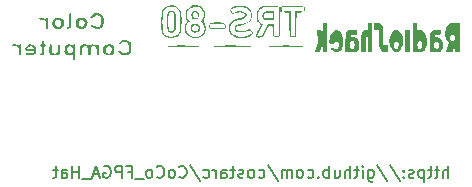
<source format=gbr>
%TF.GenerationSoftware,KiCad,Pcbnew,(6.0.7)*%
%TF.CreationDate,2023-01-26T09:38:32+00:00*%
%TF.ProjectId,CoCo_FPGA_Hat,436f436f-5f46-4504-9741-5f4861742e6b,0*%
%TF.SameCoordinates,Original*%
%TF.FileFunction,Legend,Bot*%
%TF.FilePolarity,Positive*%
%FSLAX46Y46*%
G04 Gerber Fmt 4.6, Leading zero omitted, Abs format (unit mm)*
G04 Created by KiCad (PCBNEW (6.0.7)) date 2023-01-26 09:38:32*
%MOMM*%
%LPD*%
G01*
G04 APERTURE LIST*
%ADD10C,0.150000*%
G04 APERTURE END LIST*
D10*
X105722857Y-57672380D02*
X105722857Y-56672380D01*
X105294285Y-57672380D02*
X105294285Y-57148571D01*
X105341904Y-57053333D01*
X105437142Y-57005714D01*
X105580000Y-57005714D01*
X105675238Y-57053333D01*
X105722857Y-57100952D01*
X104960952Y-57005714D02*
X104580000Y-57005714D01*
X104818095Y-56672380D02*
X104818095Y-57529523D01*
X104770476Y-57624761D01*
X104675238Y-57672380D01*
X104580000Y-57672380D01*
X104389523Y-57005714D02*
X104008571Y-57005714D01*
X104246666Y-56672380D02*
X104246666Y-57529523D01*
X104199047Y-57624761D01*
X104103809Y-57672380D01*
X104008571Y-57672380D01*
X103675238Y-57005714D02*
X103675238Y-58005714D01*
X103675238Y-57053333D02*
X103580000Y-57005714D01*
X103389523Y-57005714D01*
X103294285Y-57053333D01*
X103246666Y-57100952D01*
X103199047Y-57196190D01*
X103199047Y-57481904D01*
X103246666Y-57577142D01*
X103294285Y-57624761D01*
X103389523Y-57672380D01*
X103580000Y-57672380D01*
X103675238Y-57624761D01*
X102818095Y-57624761D02*
X102722857Y-57672380D01*
X102532380Y-57672380D01*
X102437142Y-57624761D01*
X102389523Y-57529523D01*
X102389523Y-57481904D01*
X102437142Y-57386666D01*
X102532380Y-57339047D01*
X102675238Y-57339047D01*
X102770476Y-57291428D01*
X102818095Y-57196190D01*
X102818095Y-57148571D01*
X102770476Y-57053333D01*
X102675238Y-57005714D01*
X102532380Y-57005714D01*
X102437142Y-57053333D01*
X101960952Y-57577142D02*
X101913333Y-57624761D01*
X101960952Y-57672380D01*
X102008571Y-57624761D01*
X101960952Y-57577142D01*
X101960952Y-57672380D01*
X101960952Y-57053333D02*
X101913333Y-57100952D01*
X101960952Y-57148571D01*
X102008571Y-57100952D01*
X101960952Y-57053333D01*
X101960952Y-57148571D01*
X100770476Y-56624761D02*
X101627619Y-57910476D01*
X99722857Y-56624761D02*
X100580000Y-57910476D01*
X98960952Y-57005714D02*
X98960952Y-57815238D01*
X99008571Y-57910476D01*
X99056190Y-57958095D01*
X99151428Y-58005714D01*
X99294285Y-58005714D01*
X99389523Y-57958095D01*
X98960952Y-57624761D02*
X99056190Y-57672380D01*
X99246666Y-57672380D01*
X99341904Y-57624761D01*
X99389523Y-57577142D01*
X99437142Y-57481904D01*
X99437142Y-57196190D01*
X99389523Y-57100952D01*
X99341904Y-57053333D01*
X99246666Y-57005714D01*
X99056190Y-57005714D01*
X98960952Y-57053333D01*
X98484761Y-57672380D02*
X98484761Y-57005714D01*
X98484761Y-56672380D02*
X98532380Y-56720000D01*
X98484761Y-56767619D01*
X98437142Y-56720000D01*
X98484761Y-56672380D01*
X98484761Y-56767619D01*
X98151428Y-57005714D02*
X97770476Y-57005714D01*
X98008571Y-56672380D02*
X98008571Y-57529523D01*
X97960952Y-57624761D01*
X97865714Y-57672380D01*
X97770476Y-57672380D01*
X97437142Y-57672380D02*
X97437142Y-56672380D01*
X97008571Y-57672380D02*
X97008571Y-57148571D01*
X97056190Y-57053333D01*
X97151428Y-57005714D01*
X97294285Y-57005714D01*
X97389523Y-57053333D01*
X97437142Y-57100952D01*
X96103809Y-57005714D02*
X96103809Y-57672380D01*
X96532380Y-57005714D02*
X96532380Y-57529523D01*
X96484761Y-57624761D01*
X96389523Y-57672380D01*
X96246666Y-57672380D01*
X96151428Y-57624761D01*
X96103809Y-57577142D01*
X95627619Y-57672380D02*
X95627619Y-56672380D01*
X95627619Y-57053333D02*
X95532380Y-57005714D01*
X95341904Y-57005714D01*
X95246666Y-57053333D01*
X95199047Y-57100952D01*
X95151428Y-57196190D01*
X95151428Y-57481904D01*
X95199047Y-57577142D01*
X95246666Y-57624761D01*
X95341904Y-57672380D01*
X95532380Y-57672380D01*
X95627619Y-57624761D01*
X94722857Y-57577142D02*
X94675238Y-57624761D01*
X94722857Y-57672380D01*
X94770476Y-57624761D01*
X94722857Y-57577142D01*
X94722857Y-57672380D01*
X93818095Y-57624761D02*
X93913333Y-57672380D01*
X94103809Y-57672380D01*
X94199047Y-57624761D01*
X94246666Y-57577142D01*
X94294285Y-57481904D01*
X94294285Y-57196190D01*
X94246666Y-57100952D01*
X94199047Y-57053333D01*
X94103809Y-57005714D01*
X93913333Y-57005714D01*
X93818095Y-57053333D01*
X93246666Y-57672380D02*
X93341904Y-57624761D01*
X93389523Y-57577142D01*
X93437142Y-57481904D01*
X93437142Y-57196190D01*
X93389523Y-57100952D01*
X93341904Y-57053333D01*
X93246666Y-57005714D01*
X93103809Y-57005714D01*
X93008571Y-57053333D01*
X92960952Y-57100952D01*
X92913333Y-57196190D01*
X92913333Y-57481904D01*
X92960952Y-57577142D01*
X93008571Y-57624761D01*
X93103809Y-57672380D01*
X93246666Y-57672380D01*
X92484761Y-57672380D02*
X92484761Y-57005714D01*
X92484761Y-57100952D02*
X92437142Y-57053333D01*
X92341904Y-57005714D01*
X92199047Y-57005714D01*
X92103809Y-57053333D01*
X92056190Y-57148571D01*
X92056190Y-57672380D01*
X92056190Y-57148571D02*
X92008571Y-57053333D01*
X91913333Y-57005714D01*
X91770476Y-57005714D01*
X91675238Y-57053333D01*
X91627619Y-57148571D01*
X91627619Y-57672380D01*
X90437142Y-56624761D02*
X91294285Y-57910476D01*
X89675238Y-57624761D02*
X89770476Y-57672380D01*
X89960952Y-57672380D01*
X90056190Y-57624761D01*
X90103809Y-57577142D01*
X90151428Y-57481904D01*
X90151428Y-57196190D01*
X90103809Y-57100952D01*
X90056190Y-57053333D01*
X89960952Y-57005714D01*
X89770476Y-57005714D01*
X89675238Y-57053333D01*
X89103809Y-57672380D02*
X89199047Y-57624761D01*
X89246666Y-57577142D01*
X89294285Y-57481904D01*
X89294285Y-57196190D01*
X89246666Y-57100952D01*
X89199047Y-57053333D01*
X89103809Y-57005714D01*
X88960952Y-57005714D01*
X88865714Y-57053333D01*
X88818095Y-57100952D01*
X88770476Y-57196190D01*
X88770476Y-57481904D01*
X88818095Y-57577142D01*
X88865714Y-57624761D01*
X88960952Y-57672380D01*
X89103809Y-57672380D01*
X88389523Y-57624761D02*
X88294285Y-57672380D01*
X88103809Y-57672380D01*
X88008571Y-57624761D01*
X87960952Y-57529523D01*
X87960952Y-57481904D01*
X88008571Y-57386666D01*
X88103809Y-57339047D01*
X88246666Y-57339047D01*
X88341904Y-57291428D01*
X88389523Y-57196190D01*
X88389523Y-57148571D01*
X88341904Y-57053333D01*
X88246666Y-57005714D01*
X88103809Y-57005714D01*
X88008571Y-57053333D01*
X87675238Y-57005714D02*
X87294285Y-57005714D01*
X87532380Y-56672380D02*
X87532380Y-57529523D01*
X87484761Y-57624761D01*
X87389523Y-57672380D01*
X87294285Y-57672380D01*
X86532380Y-57672380D02*
X86532380Y-57148571D01*
X86580000Y-57053333D01*
X86675238Y-57005714D01*
X86865714Y-57005714D01*
X86960952Y-57053333D01*
X86532380Y-57624761D02*
X86627619Y-57672380D01*
X86865714Y-57672380D01*
X86960952Y-57624761D01*
X87008571Y-57529523D01*
X87008571Y-57434285D01*
X86960952Y-57339047D01*
X86865714Y-57291428D01*
X86627619Y-57291428D01*
X86532380Y-57243809D01*
X86056190Y-57672380D02*
X86056190Y-57005714D01*
X86056190Y-57196190D02*
X86008571Y-57100952D01*
X85960952Y-57053333D01*
X85865714Y-57005714D01*
X85770476Y-57005714D01*
X85008571Y-57624761D02*
X85103809Y-57672380D01*
X85294285Y-57672380D01*
X85389523Y-57624761D01*
X85437142Y-57577142D01*
X85484761Y-57481904D01*
X85484761Y-57196190D01*
X85437142Y-57100952D01*
X85389523Y-57053333D01*
X85294285Y-57005714D01*
X85103809Y-57005714D01*
X85008571Y-57053333D01*
X83865714Y-56624761D02*
X84722857Y-57910476D01*
X82960952Y-57577142D02*
X83008571Y-57624761D01*
X83151428Y-57672380D01*
X83246666Y-57672380D01*
X83389523Y-57624761D01*
X83484761Y-57529523D01*
X83532380Y-57434285D01*
X83580000Y-57243809D01*
X83580000Y-57100952D01*
X83532380Y-56910476D01*
X83484761Y-56815238D01*
X83389523Y-56720000D01*
X83246666Y-56672380D01*
X83151428Y-56672380D01*
X83008571Y-56720000D01*
X82960952Y-56767619D01*
X82389523Y-57672380D02*
X82484761Y-57624761D01*
X82532380Y-57577142D01*
X82580000Y-57481904D01*
X82580000Y-57196190D01*
X82532380Y-57100952D01*
X82484761Y-57053333D01*
X82389523Y-57005714D01*
X82246666Y-57005714D01*
X82151428Y-57053333D01*
X82103809Y-57100952D01*
X82056190Y-57196190D01*
X82056190Y-57481904D01*
X82103809Y-57577142D01*
X82151428Y-57624761D01*
X82246666Y-57672380D01*
X82389523Y-57672380D01*
X81056190Y-57577142D02*
X81103809Y-57624761D01*
X81246666Y-57672380D01*
X81341904Y-57672380D01*
X81484761Y-57624761D01*
X81580000Y-57529523D01*
X81627619Y-57434285D01*
X81675238Y-57243809D01*
X81675238Y-57100952D01*
X81627619Y-56910476D01*
X81580000Y-56815238D01*
X81484761Y-56720000D01*
X81341904Y-56672380D01*
X81246666Y-56672380D01*
X81103809Y-56720000D01*
X81056190Y-56767619D01*
X80484761Y-57672380D02*
X80580000Y-57624761D01*
X80627619Y-57577142D01*
X80675238Y-57481904D01*
X80675238Y-57196190D01*
X80627619Y-57100952D01*
X80580000Y-57053333D01*
X80484761Y-57005714D01*
X80341904Y-57005714D01*
X80246666Y-57053333D01*
X80199047Y-57100952D01*
X80151428Y-57196190D01*
X80151428Y-57481904D01*
X80199047Y-57577142D01*
X80246666Y-57624761D01*
X80341904Y-57672380D01*
X80484761Y-57672380D01*
X79960952Y-57767619D02*
X79199047Y-57767619D01*
X78627619Y-57148571D02*
X78960952Y-57148571D01*
X78960952Y-57672380D02*
X78960952Y-56672380D01*
X78484761Y-56672380D01*
X78103809Y-57672380D02*
X78103809Y-56672380D01*
X77722857Y-56672380D01*
X77627619Y-56720000D01*
X77580000Y-56767619D01*
X77532380Y-56862857D01*
X77532380Y-57005714D01*
X77580000Y-57100952D01*
X77627619Y-57148571D01*
X77722857Y-57196190D01*
X78103809Y-57196190D01*
X76580000Y-56720000D02*
X76675238Y-56672380D01*
X76818095Y-56672380D01*
X76960952Y-56720000D01*
X77056190Y-56815238D01*
X77103809Y-56910476D01*
X77151428Y-57100952D01*
X77151428Y-57243809D01*
X77103809Y-57434285D01*
X77056190Y-57529523D01*
X76960952Y-57624761D01*
X76818095Y-57672380D01*
X76722857Y-57672380D01*
X76580000Y-57624761D01*
X76532380Y-57577142D01*
X76532380Y-57243809D01*
X76722857Y-57243809D01*
X76151428Y-57386666D02*
X75675238Y-57386666D01*
X76246666Y-57672380D02*
X75913333Y-56672380D01*
X75580000Y-57672380D01*
X75484761Y-57767619D02*
X74722857Y-57767619D01*
X74484761Y-57672380D02*
X74484761Y-56672380D01*
X74484761Y-57148571D02*
X73913333Y-57148571D01*
X73913333Y-57672380D02*
X73913333Y-56672380D01*
X73008571Y-57672380D02*
X73008571Y-57148571D01*
X73056190Y-57053333D01*
X73151428Y-57005714D01*
X73341904Y-57005714D01*
X73437142Y-57053333D01*
X73008571Y-57624761D02*
X73103809Y-57672380D01*
X73341904Y-57672380D01*
X73437142Y-57624761D01*
X73484761Y-57529523D01*
X73484761Y-57434285D01*
X73437142Y-57339047D01*
X73341904Y-57291428D01*
X73103809Y-57291428D01*
X73008571Y-57243809D01*
X72675238Y-57005714D02*
X72294285Y-57005714D01*
X72532380Y-56672380D02*
X72532380Y-57529523D01*
X72484761Y-57624761D01*
X72389523Y-57672380D01*
X72294285Y-57672380D01*
%TO.C,G\u002A\u002A\u002A*%
G36*
X89140719Y-45534833D02*
G01*
X88997142Y-45647399D01*
X88760075Y-45751814D01*
X88538837Y-45811220D01*
X88226377Y-45839144D01*
X87920636Y-45809811D01*
X87642299Y-45727721D01*
X87412052Y-45597378D01*
X87250580Y-45423283D01*
X87182962Y-45254589D01*
X87154236Y-45021113D01*
X87161630Y-44943981D01*
X87258103Y-44943981D01*
X87269653Y-45166970D01*
X87334074Y-45353990D01*
X87356174Y-45386206D01*
X87469044Y-45500964D01*
X87609653Y-45600563D01*
X87645416Y-45619023D01*
X87869644Y-45691529D01*
X88138209Y-45727626D01*
X88411329Y-45724327D01*
X88649225Y-45678643D01*
X88706772Y-45658415D01*
X88865004Y-45591507D01*
X89010363Y-45516749D01*
X89116733Y-45448408D01*
X89157993Y-45400748D01*
X89157782Y-45398758D01*
X89121280Y-45344625D01*
X89041067Y-45261101D01*
X88924140Y-45151255D01*
X88711842Y-45259561D01*
X88522776Y-45328830D01*
X88269859Y-45367699D01*
X88020553Y-45359363D01*
X87814724Y-45301937D01*
X87730057Y-45250583D01*
X87675369Y-45167731D01*
X87653294Y-45026483D01*
X87652373Y-45013422D01*
X87652701Y-44883411D01*
X87688101Y-44808974D01*
X87775410Y-44752316D01*
X87858870Y-44718920D01*
X88024991Y-44670825D01*
X88210317Y-44631303D01*
X88268063Y-44620939D01*
X88566878Y-44548239D01*
X88781327Y-44452685D01*
X88922205Y-44325094D01*
X89000308Y-44156282D01*
X89026432Y-43937065D01*
X89026498Y-43907877D01*
X88992984Y-43687457D01*
X88889090Y-43503498D01*
X88701587Y-43331330D01*
X88590695Y-43274604D01*
X88383404Y-43225273D01*
X88137091Y-43207850D01*
X87882807Y-43223992D01*
X87651604Y-43275353D01*
X87615353Y-43287614D01*
X87440331Y-43359238D01*
X87351885Y-43429173D01*
X87341412Y-43508869D01*
X87400309Y-43609774D01*
X87499278Y-43735594D01*
X87725356Y-43635589D01*
X87952464Y-43565773D01*
X88191554Y-43553283D01*
X88401167Y-43603472D01*
X88556754Y-43714024D01*
X88566408Y-43725450D01*
X88653193Y-43871827D01*
X88651268Y-43998170D01*
X88558506Y-44107084D01*
X88372780Y-44201173D01*
X88091964Y-44283040D01*
X87929575Y-44322835D01*
X87688118Y-44395409D01*
X87518361Y-44471592D01*
X87403589Y-44559806D01*
X87327089Y-44668474D01*
X87299899Y-44731506D01*
X87258103Y-44943981D01*
X87161630Y-44943981D01*
X87176928Y-44784405D01*
X87251016Y-44586964D01*
X87297107Y-44519766D01*
X87396645Y-44421159D01*
X87535594Y-44339749D01*
X87733091Y-44265461D01*
X88008272Y-44188218D01*
X88116846Y-44159125D01*
X88325654Y-44089654D01*
X88452123Y-44019278D01*
X88506903Y-43940601D01*
X88500645Y-43846224D01*
X88499261Y-43842066D01*
X88417423Y-43744291D01*
X88268366Y-43687858D01*
X88074631Y-43677302D01*
X87858757Y-43717154D01*
X87671955Y-43767071D01*
X87514227Y-43785162D01*
X87406671Y-43757343D01*
X87329032Y-43682281D01*
X87315680Y-43662260D01*
X87261226Y-43507523D01*
X87300898Y-43369350D01*
X87432178Y-43251811D01*
X87652549Y-43158981D01*
X87730918Y-43139356D01*
X87962394Y-43109003D01*
X88215330Y-43104506D01*
X88451041Y-43125385D01*
X88630843Y-43171157D01*
X88705361Y-43208020D01*
X88904646Y-43367619D01*
X89056361Y-43579648D01*
X89135728Y-43812628D01*
X89147519Y-43946871D01*
X89125612Y-44093501D01*
X89053549Y-44263959D01*
X88992473Y-44370286D01*
X88880978Y-44497837D01*
X88729543Y-44594977D01*
X88518934Y-44672890D01*
X88229916Y-44742754D01*
X88055391Y-44784929D01*
X87863358Y-44858200D01*
X87764866Y-44943232D01*
X87757576Y-45042513D01*
X87839147Y-45158534D01*
X87848990Y-45167736D01*
X87990524Y-45235228D01*
X88191250Y-45255882D01*
X88427037Y-45229746D01*
X88673756Y-45156869D01*
X88781352Y-45116009D01*
X88890357Y-45086291D01*
X88965805Y-45092698D01*
X89041135Y-45133064D01*
X89123183Y-45211908D01*
X89188051Y-45334558D01*
X89194070Y-45400748D01*
X89194921Y-45410103D01*
X89140719Y-45534833D01*
G37*
G36*
X74162223Y-47051983D02*
G01*
X74161367Y-47313221D01*
X74157360Y-47492689D01*
X74147937Y-47605672D01*
X74130834Y-47667451D01*
X74103787Y-47693311D01*
X74064532Y-47698534D01*
X74041935Y-47697489D01*
X73993814Y-47673855D01*
X73971983Y-47600794D01*
X73966839Y-47454304D01*
X73963951Y-47368079D01*
X73941341Y-47246633D01*
X73900078Y-47207813D01*
X73844724Y-47258919D01*
X73835627Y-47270812D01*
X73743977Y-47309951D01*
X73609271Y-47304667D01*
X73465907Y-47260280D01*
X73348287Y-47182115D01*
X73304197Y-47135189D01*
X73253660Y-47053318D01*
X73237180Y-46948533D01*
X73241666Y-46856845D01*
X73485771Y-46856845D01*
X73498398Y-47002281D01*
X73530374Y-47091753D01*
X73530583Y-47092004D01*
X73636603Y-47152126D01*
X73771436Y-47149310D01*
X73890081Y-47084468D01*
X73896561Y-47077476D01*
X73947434Y-46966067D01*
X73964801Y-46817024D01*
X73948099Y-46673268D01*
X73896761Y-46577721D01*
X73895006Y-46576309D01*
X73797826Y-46540872D01*
X73664742Y-46535105D01*
X73593132Y-46544061D01*
X73529657Y-46572871D01*
X73500958Y-46644547D01*
X73487758Y-46786464D01*
X73485771Y-46856845D01*
X73241666Y-46856845D01*
X73245229Y-46784025D01*
X73253296Y-46706668D01*
X73292347Y-46537963D01*
X73358012Y-46445638D01*
X73454048Y-46403298D01*
X73607812Y-46382038D01*
X73759916Y-46394376D01*
X73865483Y-46440746D01*
X73919975Y-46477309D01*
X73952592Y-46440746D01*
X73980024Y-46407468D01*
X74068602Y-46379688D01*
X74104476Y-46385008D01*
X74131032Y-46411845D01*
X74147922Y-46475442D01*
X74157309Y-46591031D01*
X74161356Y-46773843D01*
X74161497Y-46817024D01*
X74162224Y-47039111D01*
X74162223Y-47051983D01*
G37*
G36*
X102492993Y-47063534D02*
G01*
X102102224Y-47063534D01*
X102102224Y-45158534D01*
X102492993Y-45158534D01*
X102492993Y-47063534D01*
G37*
G36*
X105269448Y-46713000D02*
G01*
X105148823Y-46915558D01*
X105147112Y-46917590D01*
X105083604Y-46987432D01*
X105020588Y-47030459D01*
X104933517Y-47053160D01*
X104797848Y-47062022D01*
X104589036Y-47063534D01*
X104153762Y-47063534D01*
X104153762Y-46465270D01*
X104517635Y-46465270D01*
X104556707Y-46623486D01*
X104642867Y-46729454D01*
X104744246Y-46759199D01*
X104838583Y-46712882D01*
X104908170Y-46599622D01*
X104935301Y-46428534D01*
X104927489Y-46336627D01*
X104877024Y-46195756D01*
X104794214Y-46108743D01*
X104696082Y-46089597D01*
X104599649Y-46152324D01*
X104534741Y-46289206D01*
X104517635Y-46465270D01*
X104153762Y-46465270D01*
X104153762Y-46303993D01*
X104155197Y-46064417D01*
X104166295Y-45755481D01*
X104193956Y-45525441D01*
X104244732Y-45362866D01*
X104325172Y-45256321D01*
X104441825Y-45194373D01*
X104601243Y-45165588D01*
X104809974Y-45158534D01*
X105130685Y-45158534D01*
X105130685Y-45544198D01*
X104874243Y-45558963D01*
X104813035Y-45562985D01*
X104689098Y-45580047D01*
X104631757Y-45612799D01*
X104617801Y-45671419D01*
X104629911Y-45727793D01*
X104690129Y-45765754D01*
X104823333Y-45784031D01*
X104944569Y-45808587D01*
X105114662Y-45910300D01*
X105237781Y-46071014D01*
X105308342Y-46271313D01*
X105317197Y-46428534D01*
X105320759Y-46491780D01*
X105269448Y-46713000D01*
G37*
G36*
X103749485Y-46835323D02*
G01*
X103747627Y-46837970D01*
X103649728Y-46946334D01*
X103549360Y-47015399D01*
X103547907Y-47015973D01*
X103446203Y-47037272D01*
X103282439Y-47053233D01*
X103091358Y-47060438D01*
X102737224Y-47063534D01*
X102737224Y-46428534D01*
X103114671Y-46428534D01*
X103115445Y-46460112D01*
X103136122Y-46601127D01*
X103176159Y-46696369D01*
X103230063Y-46746379D01*
X103333535Y-46773042D01*
X103426291Y-46721022D01*
X103493107Y-46602219D01*
X103518762Y-46428534D01*
X103494549Y-46252153D01*
X103427389Y-46131087D01*
X103327640Y-46086611D01*
X103218594Y-46122177D01*
X103141513Y-46238788D01*
X103114671Y-46428534D01*
X102737224Y-46428534D01*
X102737224Y-44572381D01*
X103079147Y-44572381D01*
X103079147Y-45146105D01*
X103333774Y-45170572D01*
X103501275Y-45197069D01*
X103616617Y-45250337D01*
X103717328Y-45349471D01*
X103746749Y-45386829D01*
X103882799Y-45644241D01*
X103951651Y-45943337D01*
X103952750Y-46258576D01*
X103915404Y-46428534D01*
X103885546Y-46564417D01*
X103749485Y-46835323D01*
G37*
G36*
X73750705Y-43743950D02*
G01*
X73783019Y-43762136D01*
X73803413Y-43813063D01*
X73814610Y-43912969D01*
X73819332Y-44078090D01*
X73820301Y-44324661D01*
X73819659Y-44470098D01*
X73813936Y-44689785D01*
X73800653Y-44837413D01*
X73777844Y-44929881D01*
X73743543Y-44984084D01*
X73667047Y-45034043D01*
X73559101Y-45059096D01*
X73467926Y-45044962D01*
X73429532Y-44990865D01*
X73448017Y-44944160D01*
X73527224Y-44889881D01*
X73544900Y-44883500D01*
X73581454Y-44857062D01*
X73604827Y-44803067D01*
X73617925Y-44703985D01*
X73623653Y-44542285D01*
X73624916Y-44300435D01*
X73625122Y-44167912D01*
X73627839Y-43970383D01*
X73636046Y-43845601D01*
X73652644Y-43776993D01*
X73680532Y-43747983D01*
X73722608Y-43741996D01*
X73750705Y-43743950D01*
G37*
G36*
X78448983Y-45999401D02*
G01*
X78646888Y-46057688D01*
X78790321Y-46159584D01*
X78833260Y-46216160D01*
X78875105Y-46310397D01*
X78895152Y-46441691D01*
X78900301Y-46640197D01*
X78892080Y-46837321D01*
X78850528Y-47040042D01*
X78768166Y-47175694D01*
X78638632Y-47259330D01*
X78539616Y-47289280D01*
X78327451Y-47304100D01*
X78117591Y-47266479D01*
X77940193Y-47183695D01*
X77825415Y-47063029D01*
X77810240Y-47032807D01*
X77806090Y-46978084D01*
X77881178Y-46965842D01*
X77954644Y-46978164D01*
X78069275Y-47038531D01*
X78166386Y-47096866D01*
X78301903Y-47141682D01*
X78358664Y-47150211D01*
X78469728Y-47132651D01*
X78579563Y-47046790D01*
X78595716Y-47030225D01*
X78664333Y-46936666D01*
X78696758Y-46822007D01*
X78704916Y-46648342D01*
X78704727Y-46612961D01*
X78693279Y-46452025D01*
X78655532Y-46343637D01*
X78579563Y-46249894D01*
X78530932Y-46204846D01*
X78426284Y-46149258D01*
X78298698Y-46154570D01*
X78168276Y-46202702D01*
X78062087Y-46282143D01*
X77996190Y-46335970D01*
X77897942Y-46374683D01*
X77813018Y-46377662D01*
X77776839Y-46337975D01*
X77777200Y-46332200D01*
X77821148Y-46249794D01*
X77917025Y-46150112D01*
X78034183Y-46060745D01*
X78141973Y-46009282D01*
X78233300Y-45993231D01*
X78448983Y-45999401D01*
G37*
G36*
X71452057Y-46088123D02*
G01*
X71509179Y-46125888D01*
X71524532Y-46233150D01*
X71539632Y-46335999D01*
X71597801Y-46379688D01*
X71631970Y-46388199D01*
X71671070Y-46452958D01*
X71662560Y-46487127D01*
X71597801Y-46526227D01*
X71577234Y-46530050D01*
X71545296Y-46572236D01*
X71529058Y-46675654D01*
X71524532Y-46858381D01*
X71518654Y-47017255D01*
X71497885Y-47168627D01*
X71465916Y-47249150D01*
X71465313Y-47249749D01*
X71378599Y-47294472D01*
X71268507Y-47307088D01*
X71173931Y-47288645D01*
X71133762Y-47240193D01*
X71152072Y-47196139D01*
X71231455Y-47147074D01*
X71268434Y-47133020D01*
X71307024Y-47087271D01*
X71324831Y-46992263D01*
X71329147Y-46823877D01*
X71327201Y-46687610D01*
X71315174Y-46583155D01*
X71285687Y-46536760D01*
X71231455Y-46526227D01*
X71174485Y-46512628D01*
X71133762Y-46452958D01*
X71151895Y-46410230D01*
X71231455Y-46379688D01*
X71256673Y-46378177D01*
X71313795Y-46340411D01*
X71329147Y-46233150D01*
X71330155Y-46195323D01*
X71355332Y-46109640D01*
X71426839Y-46086611D01*
X71452057Y-46088123D01*
G37*
G36*
X71811593Y-44138451D02*
G01*
X71841050Y-44169623D01*
X71857588Y-44244388D01*
X71864844Y-44380773D01*
X71866455Y-44596804D01*
X71865152Y-44803755D01*
X71858547Y-44943413D01*
X71842824Y-45020733D01*
X71814168Y-45053835D01*
X71768762Y-45060842D01*
X71720923Y-45053586D01*
X71688605Y-45014440D01*
X71674298Y-44921427D01*
X71671070Y-44752678D01*
X71670059Y-44675138D01*
X71649518Y-44470417D01*
X71596721Y-44346018D01*
X71504059Y-44290541D01*
X71363919Y-44292585D01*
X71266410Y-44297139D01*
X71159580Y-44272521D01*
X71102008Y-44224254D01*
X71117904Y-44164906D01*
X71126114Y-44158422D01*
X71217587Y-44135311D01*
X71351424Y-44135390D01*
X71483505Y-44155835D01*
X71569714Y-44193823D01*
X71624206Y-44230386D01*
X71656823Y-44193823D01*
X71684255Y-44160545D01*
X71772833Y-44132765D01*
X71811593Y-44138451D01*
G37*
G36*
X92054387Y-46477492D02*
G01*
X92474432Y-46478933D01*
X92807875Y-46482283D01*
X93062726Y-46487849D01*
X93246998Y-46495939D01*
X93368702Y-46506862D01*
X93435848Y-46520926D01*
X93456449Y-46538438D01*
X93452355Y-46549942D01*
X93401521Y-46573805D01*
X93284341Y-46590719D01*
X93090389Y-46601808D01*
X92809237Y-46608196D01*
X92594143Y-46610075D01*
X92253079Y-46609657D01*
X91901470Y-46605776D01*
X91552847Y-46598899D01*
X91220739Y-46589493D01*
X90918675Y-46578026D01*
X90660186Y-46564965D01*
X90458799Y-46550777D01*
X90328046Y-46535929D01*
X90281455Y-46520890D01*
X90294277Y-46515156D01*
X90387744Y-46504820D01*
X90562881Y-46495713D01*
X90809129Y-46488127D01*
X91115929Y-46482350D01*
X91472724Y-46478671D01*
X91868955Y-46477381D01*
X92054387Y-46477492D01*
G37*
G36*
X69515824Y-46385374D02*
G01*
X69545281Y-46416546D01*
X69561819Y-46491311D01*
X69569075Y-46627696D01*
X69570685Y-46843727D01*
X69569382Y-47050678D01*
X69562778Y-47190336D01*
X69547055Y-47267656D01*
X69518398Y-47300758D01*
X69472993Y-47307765D01*
X69425154Y-47300509D01*
X69392836Y-47261363D01*
X69378529Y-47168350D01*
X69375301Y-46999601D01*
X69374290Y-46922061D01*
X69353749Y-46717340D01*
X69300952Y-46592941D01*
X69208289Y-46537464D01*
X69068150Y-46539508D01*
X68970641Y-46544062D01*
X68863811Y-46519444D01*
X68806238Y-46471178D01*
X68822135Y-46411829D01*
X68830344Y-46405345D01*
X68921818Y-46382234D01*
X69055654Y-46382313D01*
X69187736Y-46402758D01*
X69273945Y-46440746D01*
X69328437Y-46477309D01*
X69361054Y-46440746D01*
X69388486Y-46407468D01*
X69477064Y-46379688D01*
X69515824Y-46385374D01*
G37*
G36*
X84689764Y-45187935D02*
G01*
X84558669Y-45324567D01*
X84458953Y-45374313D01*
X84322224Y-45402765D01*
X84256068Y-45397880D01*
X84084969Y-45330409D01*
X83967764Y-45200672D01*
X83926654Y-45057725D01*
X84035576Y-45057725D01*
X84105905Y-45179468D01*
X84191590Y-45230164D01*
X84322224Y-45256227D01*
X84448289Y-45235991D01*
X84565075Y-45152544D01*
X84607734Y-45021718D01*
X84564736Y-44862246D01*
X84554379Y-44845175D01*
X84471677Y-44785460D01*
X84322224Y-44767765D01*
X84287220Y-44768366D01*
X84152536Y-44793343D01*
X84079712Y-44862246D01*
X84055274Y-44914039D01*
X84035576Y-45057725D01*
X83926654Y-45057725D01*
X83918816Y-45030470D01*
X83952491Y-44841607D01*
X83977929Y-44786931D01*
X84061033Y-44689787D01*
X84197215Y-44642970D01*
X84304752Y-44632564D01*
X84488551Y-44666381D01*
X84628532Y-44756892D01*
X84715115Y-44886032D01*
X84736509Y-45021718D01*
X84738719Y-45035735D01*
X84689764Y-45187935D01*
G37*
G36*
X73093489Y-44916219D02*
G01*
X72978415Y-45010211D01*
X72953967Y-45018593D01*
X72818130Y-45045394D01*
X72657984Y-45057746D01*
X72516159Y-45045209D01*
X72346282Y-44966183D01*
X72243132Y-44816144D01*
X72209654Y-44604854D01*
X72452608Y-44604854D01*
X72454715Y-44675852D01*
X72481503Y-44797724D01*
X72547090Y-44863739D01*
X72687505Y-44911900D01*
X72821382Y-44888303D01*
X72909400Y-44783415D01*
X72941070Y-44604146D01*
X72940347Y-44562369D01*
X72911364Y-44396877D01*
X72833290Y-44306638D01*
X72696839Y-44279304D01*
X72664619Y-44280318D01*
X72540631Y-44319092D01*
X72473063Y-44423136D01*
X72452608Y-44604854D01*
X72209654Y-44604854D01*
X72208378Y-44596804D01*
X72228825Y-44417445D01*
X72313857Y-44256843D01*
X72468574Y-44163173D01*
X72696839Y-44132765D01*
X72839813Y-44139722D01*
X72964311Y-44175190D01*
X73065406Y-44252660D01*
X73071457Y-44258880D01*
X73156249Y-44405023D01*
X73185874Y-44583426D01*
X73183339Y-44604146D01*
X73163798Y-44763891D01*
X73093489Y-44916219D01*
G37*
G36*
X76104367Y-43752478D02*
G01*
X76302273Y-43810764D01*
X76445705Y-43912661D01*
X76488644Y-43969237D01*
X76530489Y-44063474D01*
X76550536Y-44194768D01*
X76555685Y-44393274D01*
X76547465Y-44590398D01*
X76505913Y-44793119D01*
X76423551Y-44928771D01*
X76294017Y-45012407D01*
X76195001Y-45042357D01*
X75982835Y-45057177D01*
X75772976Y-45019556D01*
X75595578Y-44936772D01*
X75480799Y-44816106D01*
X75465625Y-44785884D01*
X75461474Y-44731161D01*
X75536563Y-44718919D01*
X75610029Y-44731241D01*
X75724660Y-44791608D01*
X75821771Y-44849943D01*
X75957287Y-44894759D01*
X76014049Y-44903288D01*
X76125113Y-44885728D01*
X76234948Y-44799867D01*
X76251101Y-44783302D01*
X76319718Y-44689743D01*
X76352142Y-44575083D01*
X76360301Y-44401419D01*
X76360112Y-44366038D01*
X76348663Y-44205102D01*
X76310917Y-44096714D01*
X76234948Y-44002971D01*
X76186317Y-43957923D01*
X76081668Y-43902335D01*
X75954082Y-43907646D01*
X75823661Y-43955779D01*
X75717471Y-44035220D01*
X75651575Y-44089047D01*
X75553327Y-44127760D01*
X75468403Y-44130739D01*
X75432224Y-44091052D01*
X75432585Y-44085277D01*
X75476532Y-44002871D01*
X75572409Y-43903189D01*
X75689568Y-43813822D01*
X75797357Y-43762359D01*
X75888685Y-43746308D01*
X76104367Y-43752478D01*
G37*
G36*
X91359521Y-45777155D02*
G01*
X91283425Y-45789387D01*
X91184283Y-45784883D01*
X91096470Y-45771122D01*
X90986024Y-45715574D01*
X90916118Y-45607020D01*
X90879353Y-45431144D01*
X90868329Y-45173629D01*
X90867152Y-45076936D01*
X90853500Y-44904655D01*
X90817781Y-44808861D01*
X90751564Y-44774913D01*
X90646422Y-44788170D01*
X90590656Y-44816215D01*
X90509197Y-44901018D01*
X90408257Y-45051880D01*
X90278827Y-45280876D01*
X90196435Y-45431086D01*
X90099218Y-45593883D01*
X90021996Y-45696086D01*
X89951497Y-45754238D01*
X89874449Y-45784881D01*
X89733901Y-45804326D01*
X89597608Y-45794219D01*
X89558427Y-45781051D01*
X89477931Y-45708358D01*
X89473852Y-45669196D01*
X89499916Y-45669196D01*
X89510782Y-45678328D01*
X89590531Y-45688864D01*
X89722309Y-45686307D01*
X89944702Y-45671419D01*
X90204619Y-45182958D01*
X90464535Y-44694496D01*
X91014147Y-44665198D01*
X91014147Y-45695842D01*
X91404916Y-45695842D01*
X91404916Y-43204688D01*
X90792770Y-43204688D01*
X90624730Y-43205860D01*
X90347283Y-43217174D01*
X90139387Y-43244342D01*
X89982463Y-43292039D01*
X89857932Y-43364939D01*
X89747215Y-43467716D01*
X89689560Y-43543345D01*
X89634855Y-43681705D01*
X89607584Y-43881372D01*
X89605271Y-43920018D01*
X89625320Y-44194129D01*
X89715950Y-44404572D01*
X89879490Y-44557137D01*
X89885304Y-44560773D01*
X89980752Y-44620698D01*
X90029700Y-44651836D01*
X90016603Y-44690435D01*
X89963893Y-44797935D01*
X89879815Y-44956942D01*
X89773258Y-45150182D01*
X89674178Y-45328900D01*
X89583783Y-45496760D01*
X89522487Y-45616284D01*
X89499916Y-45669196D01*
X89473852Y-45669196D01*
X89465001Y-45584214D01*
X89520067Y-45402670D01*
X89643559Y-45157773D01*
X89672408Y-45106360D01*
X89758784Y-44945561D01*
X89819137Y-44822518D01*
X89841839Y-44760528D01*
X89831007Y-44729905D01*
X89773514Y-44636656D01*
X89683089Y-44515647D01*
X89642199Y-44463714D01*
X89577465Y-44365850D01*
X89542097Y-44266594D01*
X89527315Y-44133860D01*
X89524339Y-43935565D01*
X89524763Y-43835401D01*
X89531489Y-43673131D01*
X89552740Y-43565647D01*
X89596531Y-43483505D01*
X89670878Y-43397264D01*
X89749284Y-43319629D01*
X89870526Y-43228788D01*
X90010308Y-43167464D01*
X90188336Y-43130297D01*
X90424313Y-43111928D01*
X90737943Y-43106996D01*
X90901655Y-43107762D01*
X91121554Y-43113527D01*
X91268332Y-43126390D01*
X91357587Y-43148065D01*
X91404916Y-43180265D01*
X91444809Y-43219364D01*
X91548019Y-43248265D01*
X91649147Y-43180265D01*
X91675154Y-43159278D01*
X91738226Y-43137619D01*
X91845628Y-43122625D01*
X92010693Y-43113233D01*
X92246755Y-43108378D01*
X92567147Y-43106996D01*
X92654794Y-43107083D01*
X92978575Y-43110346D01*
X93219521Y-43120842D01*
X93389667Y-43141995D01*
X93501052Y-43177230D01*
X93565710Y-43229970D01*
X93595678Y-43303640D01*
X93602993Y-43401662D01*
X93593616Y-43482806D01*
X93527906Y-43588768D01*
X93505301Y-43599834D01*
X93505301Y-43204688D01*
X91649147Y-43204688D01*
X91649147Y-43609558D01*
X92015493Y-43581852D01*
X92381839Y-43554145D01*
X92381839Y-45695842D01*
X92772608Y-45695842D01*
X92772608Y-43554145D01*
X93138955Y-43581852D01*
X93488095Y-43608257D01*
X93389812Y-43656370D01*
X93168087Y-43693150D01*
X92894724Y-43717573D01*
X92881451Y-44690769D01*
X92877622Y-44907735D01*
X92867406Y-45237063D01*
X92853190Y-45487942D01*
X92835387Y-45653972D01*
X92814413Y-45728750D01*
X92806758Y-45736704D01*
X92708040Y-45778883D01*
X92567311Y-45791617D01*
X92429625Y-45774906D01*
X92340035Y-45728750D01*
X92327889Y-45698363D01*
X92308645Y-45571547D01*
X92292806Y-45357075D01*
X92280785Y-45061349D01*
X92272996Y-44690769D01*
X92259724Y-43717573D01*
X91986361Y-43693150D01*
X91874413Y-43678876D01*
X91727550Y-43646114D01*
X91639943Y-43608093D01*
X91592894Y-43579448D01*
X91534749Y-43579599D01*
X91532150Y-43585487D01*
X91522752Y-43664874D01*
X91514635Y-43823034D01*
X91508263Y-44044954D01*
X91504099Y-44315623D01*
X91502608Y-44620032D01*
X91502566Y-44728578D01*
X91500831Y-45075124D01*
X91494312Y-45338106D01*
X91479965Y-45528662D01*
X91454747Y-45657930D01*
X91435995Y-45695842D01*
X91415613Y-45737048D01*
X91359521Y-45777155D01*
G37*
G36*
X106307868Y-47063534D02*
G01*
X106292346Y-46782669D01*
X106285659Y-46688528D01*
X106269117Y-46591691D01*
X106244110Y-46586257D01*
X106207707Y-46673811D01*
X106156984Y-46855938D01*
X106103843Y-47063534D01*
X105534567Y-47063534D01*
X105779519Y-46180902D01*
X105673743Y-46068309D01*
X105568461Y-45908278D01*
X105540612Y-45818730D01*
X105873956Y-45818730D01*
X105915516Y-45979687D01*
X105927030Y-45999303D01*
X106024955Y-46104186D01*
X106126987Y-46114711D01*
X106225073Y-46029583D01*
X106279343Y-45927307D01*
X106292584Y-45756927D01*
X106208361Y-45591350D01*
X106174000Y-45552158D01*
X106101723Y-45505957D01*
X106025188Y-45529940D01*
X106015576Y-45536064D01*
X105910338Y-45658437D01*
X105873956Y-45818730D01*
X105540612Y-45818730D01*
X105498665Y-45683849D01*
X105476263Y-45432980D01*
X105498952Y-45179131D01*
X105564428Y-44945765D01*
X105670390Y-44756343D01*
X105814532Y-44634324D01*
X105822791Y-44630587D01*
X105939647Y-44601733D01*
X106115352Y-44581157D01*
X106315205Y-44573101D01*
X106693762Y-44572381D01*
X106693762Y-47063534D01*
X106307868Y-47063534D01*
G37*
G36*
X95507993Y-47063534D02*
G01*
X95166070Y-47063534D01*
X95166070Y-46697188D01*
X95165881Y-46662906D01*
X95158804Y-46494337D01*
X95143551Y-46375694D01*
X95122932Y-46330842D01*
X95117691Y-46333040D01*
X95083659Y-46394635D01*
X95039546Y-46523725D01*
X94993520Y-46697188D01*
X94907247Y-47063534D01*
X94448037Y-47063534D01*
X94563510Y-46664859D01*
X94597730Y-46545070D01*
X94663653Y-46292848D01*
X94700383Y-46098447D01*
X94710134Y-45937152D01*
X94695121Y-45784247D01*
X94657556Y-45615018D01*
X94641018Y-45550903D01*
X94596599Y-45363066D01*
X94584554Y-45247380D01*
X94610161Y-45186375D01*
X94678694Y-45162583D01*
X94795430Y-45158534D01*
X94885449Y-45159568D01*
X94976030Y-45176286D01*
X95018509Y-45232862D01*
X95043911Y-45353663D01*
X95063262Y-45453901D01*
X95095402Y-45555725D01*
X95123579Y-45566091D01*
X95145967Y-45488970D01*
X95160740Y-45328332D01*
X95166070Y-45088148D01*
X95166070Y-44572381D01*
X95507993Y-44572381D01*
X95507993Y-47063534D01*
G37*
G36*
X99317993Y-47063534D02*
G01*
X98978827Y-47063534D01*
X98965237Y-46391900D01*
X98964872Y-46373926D01*
X98958629Y-46111177D01*
X98950831Y-45930116D01*
X98938970Y-45815619D01*
X98920541Y-45752562D01*
X98893038Y-45725819D01*
X98853955Y-45720265D01*
X98851340Y-45720276D01*
X98812993Y-45726641D01*
X98786082Y-45755068D01*
X98768100Y-45820683D01*
X98756542Y-45938611D01*
X98748901Y-46123974D01*
X98742672Y-46391900D01*
X98729082Y-47063534D01*
X98341070Y-47063534D01*
X98341070Y-46329273D01*
X98345878Y-45985252D01*
X98364948Y-45689158D01*
X98402653Y-45470303D01*
X98463316Y-45318249D01*
X98551265Y-45222561D01*
X98670824Y-45172802D01*
X98826320Y-45158534D01*
X98976070Y-45158534D01*
X98976070Y-44572381D01*
X99317993Y-44572381D01*
X99317993Y-47063534D01*
G37*
G36*
X99744918Y-44573119D02*
G01*
X99910563Y-44589739D01*
X100035778Y-44636709D01*
X100126010Y-44725201D01*
X100186708Y-44866387D01*
X100223319Y-45071441D01*
X100241290Y-45351534D01*
X100246070Y-45717839D01*
X100246070Y-46477381D01*
X100636839Y-46477381D01*
X100636839Y-47063534D01*
X100401123Y-47063534D01*
X100379086Y-47063335D01*
X100217079Y-47044090D01*
X100091152Y-46986526D01*
X99997153Y-46880854D01*
X99930932Y-46717287D01*
X99888338Y-46486036D01*
X99865220Y-46177310D01*
X99857428Y-45781323D01*
X99855301Y-45158534D01*
X99464532Y-45158534D01*
X99464532Y-44572381D01*
X99687550Y-44572381D01*
X99744918Y-44573119D01*
G37*
G36*
X83148520Y-44566524D02*
G01*
X83142668Y-44835460D01*
X83131503Y-45067215D01*
X83116171Y-45241626D01*
X83097816Y-45338528D01*
X83055090Y-45429842D01*
X82895702Y-45631922D01*
X82685878Y-45773427D01*
X82626439Y-45794060D01*
X82461653Y-45826734D01*
X82280951Y-45840469D01*
X82187905Y-45837724D01*
X81909938Y-45779206D01*
X81690080Y-45647635D01*
X81535550Y-45446823D01*
X81514511Y-45403824D01*
X81483377Y-45324311D01*
X81462231Y-45232484D01*
X81449666Y-45111275D01*
X81444278Y-44943618D01*
X81444662Y-44712447D01*
X81448721Y-44446039D01*
X81537993Y-44446039D01*
X81539804Y-44708773D01*
X81550351Y-44998930D01*
X81574008Y-45216690D01*
X81614935Y-45376636D01*
X81677291Y-45493353D01*
X81765235Y-45581424D01*
X81882928Y-45655433D01*
X82007577Y-45707429D01*
X82260378Y-45744094D01*
X82516286Y-45707197D01*
X82747604Y-45602558D01*
X82926636Y-45436001D01*
X82933024Y-45427163D01*
X82969752Y-45365611D01*
X82996281Y-45289591D01*
X83014674Y-45182456D01*
X83026994Y-45027563D01*
X83035305Y-44808268D01*
X83041669Y-44507925D01*
X83045234Y-44256253D01*
X83045119Y-44015804D01*
X83038692Y-43841995D01*
X83024640Y-43717613D01*
X83001647Y-43625443D01*
X82968400Y-43548273D01*
X82951801Y-43518051D01*
X82791749Y-43336809D01*
X82569190Y-43223326D01*
X82297097Y-43184628D01*
X82027765Y-43216643D01*
X81814410Y-43317233D01*
X81649720Y-43492777D01*
X81628433Y-43525400D01*
X81592365Y-43592925D01*
X81567393Y-43671791D01*
X81551495Y-43779265D01*
X81542644Y-43932618D01*
X81538819Y-44149120D01*
X81537993Y-44446039D01*
X81448721Y-44446039D01*
X81449412Y-44400694D01*
X81452488Y-44240315D01*
X81459463Y-43970480D01*
X81468775Y-43774807D01*
X81482329Y-43637394D01*
X81502034Y-43542339D01*
X81529796Y-43473738D01*
X81567522Y-43415690D01*
X81756865Y-43229275D01*
X81996881Y-43118874D01*
X82295108Y-43083071D01*
X82395711Y-43086449D01*
X82666650Y-43142221D01*
X82877953Y-43270409D01*
X83039182Y-43476064D01*
X83047685Y-43491253D01*
X83087099Y-43571647D01*
X83114719Y-43658452D01*
X83132638Y-43769923D01*
X83142947Y-43924314D01*
X83147741Y-44139880D01*
X83148282Y-44256253D01*
X83149113Y-44434874D01*
X83148520Y-44566524D01*
G37*
G36*
X86813378Y-45011996D02*
G01*
X86763132Y-45053033D01*
X86692502Y-45082495D01*
X86585008Y-45099681D01*
X86420386Y-45107706D01*
X86178378Y-45109688D01*
X85950999Y-45108014D01*
X85781472Y-45100529D01*
X85670533Y-45084109D01*
X85597922Y-45055637D01*
X85543378Y-45011996D01*
X85525677Y-44987573D01*
X85567801Y-44987573D01*
X86167119Y-45001296D01*
X86212906Y-45002320D01*
X86467295Y-45005504D01*
X86640429Y-44998404D01*
X86746539Y-44975617D01*
X86799856Y-44931740D01*
X86814609Y-44861370D01*
X86805029Y-44759106D01*
X86804772Y-44757302D01*
X86794479Y-44710831D01*
X86768379Y-44679459D01*
X86710096Y-44660220D01*
X86603253Y-44650149D01*
X86431473Y-44646280D01*
X86178378Y-44645650D01*
X85567801Y-44645650D01*
X85567801Y-44987573D01*
X85525677Y-44987573D01*
X85478837Y-44922946D01*
X85445685Y-44816611D01*
X85470195Y-44727562D01*
X85543378Y-44621227D01*
X85593624Y-44580190D01*
X85664253Y-44550727D01*
X85771748Y-44533542D01*
X85936369Y-44525517D01*
X86178378Y-44523534D01*
X86405756Y-44525209D01*
X86575284Y-44532694D01*
X86686222Y-44549114D01*
X86758833Y-44577586D01*
X86813378Y-44621227D01*
X86877918Y-44710276D01*
X86911070Y-44816611D01*
X86898751Y-44861370D01*
X86886561Y-44905661D01*
X86813378Y-45011996D01*
G37*
G36*
X90608291Y-44328150D02*
G01*
X90402095Y-44322109D01*
X90218915Y-44300567D01*
X90116589Y-44265378D01*
X90039633Y-44159467D01*
X90002353Y-44001684D01*
X90002698Y-43995247D01*
X90143795Y-43995247D01*
X90159339Y-44157188D01*
X90513474Y-44171540D01*
X90867608Y-44185891D01*
X90867608Y-43693150D01*
X90556089Y-43693150D01*
X90508296Y-43693526D01*
X90314293Y-43709998D01*
X90198611Y-43758643D01*
X90146645Y-43850160D01*
X90143795Y-43995247D01*
X90002698Y-43995247D01*
X90011273Y-43835241D01*
X90069792Y-43701123D01*
X90093467Y-43673907D01*
X90153007Y-43628180D01*
X90239482Y-43600504D01*
X90376476Y-43585206D01*
X90587571Y-43576616D01*
X91014147Y-43564741D01*
X91014147Y-44328150D01*
X90608291Y-44328150D01*
G37*
G36*
X83269445Y-46477864D02*
G01*
X83632927Y-46480490D01*
X83956020Y-46485138D01*
X84227265Y-46491515D01*
X84435200Y-46499327D01*
X84568366Y-46508282D01*
X84615301Y-46518086D01*
X84614820Y-46525212D01*
X84579445Y-46594646D01*
X84573903Y-46598715D01*
X84495192Y-46610451D01*
X84371849Y-46597915D01*
X84370450Y-46597658D01*
X84274433Y-46589223D01*
X84095763Y-46581893D01*
X83849056Y-46575942D01*
X83548924Y-46571646D01*
X83209983Y-46569283D01*
X82846847Y-46569127D01*
X82584630Y-46569213D01*
X82208046Y-46566536D01*
X81900555Y-46560565D01*
X81669298Y-46551525D01*
X81521419Y-46539646D01*
X81464060Y-46525153D01*
X81498005Y-46511563D01*
X81626030Y-46499506D01*
X81845787Y-46489966D01*
X82154222Y-46483037D01*
X82548284Y-46478810D01*
X83024918Y-46477381D01*
X83269445Y-46477864D01*
G37*
G36*
X77391677Y-47161452D02*
G01*
X77276877Y-47257134D01*
X77252428Y-47265517D01*
X77116591Y-47292318D01*
X76956446Y-47304669D01*
X76814621Y-47292132D01*
X76644743Y-47213106D01*
X76541593Y-47063067D01*
X76508115Y-46851777D01*
X76751070Y-46851777D01*
X76753176Y-46922775D01*
X76779965Y-47044647D01*
X76845551Y-47110662D01*
X76985967Y-47158823D01*
X77119843Y-47135226D01*
X77207861Y-47030338D01*
X77239532Y-46851069D01*
X77238808Y-46809292D01*
X77209825Y-46643800D01*
X77131752Y-46553562D01*
X76995301Y-46526227D01*
X76963081Y-46527241D01*
X76839093Y-46566015D01*
X76771525Y-46670059D01*
X76751070Y-46851777D01*
X76508115Y-46851777D01*
X76506839Y-46843727D01*
X76525612Y-46671969D01*
X76609123Y-46507703D01*
X76762164Y-46411220D01*
X76987669Y-46379688D01*
X77110380Y-46386410D01*
X77294985Y-46441939D01*
X77410584Y-46559582D01*
X77466570Y-46746534D01*
X77470979Y-46788002D01*
X77467392Y-46851069D01*
X77459042Y-46997905D01*
X77391677Y-47161452D01*
G37*
G36*
X96301985Y-45160754D02*
G01*
X96467459Y-45225459D01*
X96614792Y-45367236D01*
X96733488Y-45569233D01*
X96813052Y-45814596D01*
X96842988Y-46086473D01*
X96839172Y-46244903D01*
X96797326Y-46522913D01*
X96704268Y-46739937D01*
X96553503Y-46914554D01*
X96388665Y-47029001D01*
X96238449Y-47058915D01*
X96078724Y-47008971D01*
X96029619Y-46978595D01*
X95924808Y-46888369D01*
X95838760Y-46787559D01*
X95802156Y-46709400D01*
X95829847Y-46682179D01*
X95921776Y-46674161D01*
X96046482Y-46691468D01*
X96170856Y-46732066D01*
X96238697Y-46758856D01*
X96315726Y-46754094D01*
X96392962Y-46677809D01*
X96459968Y-46556326D01*
X96477739Y-46371335D01*
X96408877Y-46195172D01*
X96394274Y-46175360D01*
X96295961Y-46096856D01*
X96199200Y-46116021D01*
X96104087Y-46232841D01*
X96082141Y-46268915D01*
X95993124Y-46355962D01*
X95865419Y-46379379D01*
X95761512Y-46363392D01*
X95686587Y-46294667D01*
X95660763Y-46160447D01*
X95678784Y-45948607D01*
X95723326Y-45754123D01*
X95822102Y-45519526D01*
X95953890Y-45330518D01*
X96105843Y-45204416D01*
X96265108Y-45158534D01*
X96301985Y-45160754D01*
G37*
G36*
X76110055Y-46385374D02*
G01*
X76139512Y-46416546D01*
X76156050Y-46491311D01*
X76163306Y-46627696D01*
X76164916Y-46843727D01*
X76163613Y-47050678D01*
X76157009Y-47190336D01*
X76141286Y-47267656D01*
X76112629Y-47300758D01*
X76067224Y-47307765D01*
X76022926Y-47301998D01*
X75988374Y-47265680D01*
X75973020Y-47176253D01*
X75969532Y-47011477D01*
X75962204Y-46826788D01*
X75926920Y-46653118D01*
X75858352Y-46556277D01*
X75752000Y-46526227D01*
X75661757Y-46529062D01*
X75564449Y-46553337D01*
X75510013Y-46618434D01*
X75486277Y-46743241D01*
X75481070Y-46946645D01*
X75480675Y-47067429D01*
X75475269Y-47203662D01*
X75457851Y-47275313D01*
X75421416Y-47303106D01*
X75358955Y-47307765D01*
X75331129Y-47307352D01*
X75277970Y-47295374D01*
X75249828Y-47250486D01*
X75238763Y-47151095D01*
X75236839Y-46975611D01*
X75236639Y-46936157D01*
X75223763Y-46732843D01*
X75184589Y-46607403D01*
X75110433Y-46543857D01*
X74992608Y-46526227D01*
X74971166Y-46526595D01*
X74860669Y-46550287D01*
X74792495Y-46622367D01*
X74757960Y-46758815D01*
X74748378Y-46975611D01*
X74748373Y-46986798D01*
X74745239Y-47158963D01*
X74732063Y-47255738D01*
X74702620Y-47298285D01*
X74650685Y-47307765D01*
X74630137Y-47306937D01*
X74588551Y-47289823D01*
X74565314Y-47235162D01*
X74555203Y-47122918D01*
X74552993Y-46933054D01*
X74553185Y-46887902D01*
X74562385Y-46683176D01*
X74588043Y-46550577D01*
X74633833Y-46469015D01*
X74708512Y-46418175D01*
X74860514Y-46382641D01*
X75027139Y-46392040D01*
X75165156Y-46448077D01*
X75188827Y-46464630D01*
X75268066Y-46491556D01*
X75356322Y-46448077D01*
X75451977Y-46405634D01*
X75607917Y-46382307D01*
X75761365Y-46393800D01*
X75868176Y-46440746D01*
X75922668Y-46477309D01*
X75955285Y-46440746D01*
X75982716Y-46407468D01*
X76071294Y-46379688D01*
X76110055Y-46385374D01*
G37*
G36*
X101751765Y-46779531D02*
G01*
X101584115Y-46961225D01*
X101505538Y-47014521D01*
X101351784Y-47059407D01*
X101197236Y-47015181D01*
X101027738Y-46879772D01*
X100932510Y-46772824D01*
X100842956Y-46615470D01*
X100807780Y-46491321D01*
X101135471Y-46491321D01*
X101167694Y-46635520D01*
X101241788Y-46733075D01*
X101283834Y-46755754D01*
X101389637Y-46755996D01*
X101488877Y-46661897D01*
X101518266Y-46611628D01*
X101556943Y-46463017D01*
X101543741Y-46314145D01*
X101487645Y-46189175D01*
X101397641Y-46112267D01*
X101282716Y-46107582D01*
X101268141Y-46113288D01*
X101187882Y-46196762D01*
X101142929Y-46333921D01*
X101135471Y-46491321D01*
X100807780Y-46491321D01*
X100784220Y-46408170D01*
X100775291Y-46361507D01*
X100752797Y-46078616D01*
X100781263Y-45814802D01*
X100852864Y-45581283D01*
X100959778Y-45389281D01*
X101094183Y-45250016D01*
X101248256Y-45174707D01*
X101414174Y-45174577D01*
X101584115Y-45260844D01*
X101651269Y-45319878D01*
X101796122Y-45520101D01*
X101879877Y-45780040D01*
X101906839Y-46111034D01*
X101903478Y-46237767D01*
X101868925Y-46463017D01*
X101856785Y-46542157D01*
X101751765Y-46779531D01*
G37*
G36*
X98133637Y-46768012D02*
G01*
X98001098Y-46963892D01*
X97983121Y-46980861D01*
X97917366Y-47023509D01*
X97824151Y-47048625D01*
X97680100Y-47060527D01*
X97461839Y-47063534D01*
X97022224Y-47063534D01*
X97022224Y-46428534D01*
X97399671Y-46428534D01*
X97400445Y-46460112D01*
X97421122Y-46601127D01*
X97461159Y-46696369D01*
X97509836Y-46738963D01*
X97630822Y-46766901D01*
X97745147Y-46711842D01*
X97761325Y-46686907D01*
X97791707Y-46576685D01*
X97803762Y-46428534D01*
X97783545Y-46238472D01*
X97718190Y-46123694D01*
X97604589Y-46086611D01*
X97500001Y-46123725D01*
X97425886Y-46241379D01*
X97399671Y-46428534D01*
X97022224Y-46428534D01*
X97022224Y-46329273D01*
X97023750Y-46088565D01*
X97035357Y-45774317D01*
X97063759Y-45539282D01*
X97115264Y-45372211D01*
X97196178Y-45261851D01*
X97312807Y-45196952D01*
X97471458Y-45166264D01*
X97678436Y-45158534D01*
X97999147Y-45158534D01*
X97999147Y-45549304D01*
X97758987Y-45549304D01*
X97699526Y-45550660D01*
X97559588Y-45570423D01*
X97497528Y-45610361D01*
X97489121Y-45703401D01*
X97557270Y-45771163D01*
X97711296Y-45793534D01*
X97723193Y-45793662D01*
X97920458Y-45840800D01*
X98068745Y-45967550D01*
X98162091Y-46166074D01*
X98194532Y-46428534D01*
X98191328Y-46516423D01*
X98133637Y-46768012D01*
G37*
G36*
X85161577Y-45353919D02*
G01*
X85139751Y-45399639D01*
X85026096Y-45551951D01*
X84871399Y-45693315D01*
X84712993Y-45787637D01*
X84705143Y-45790648D01*
X84529948Y-45827568D01*
X84309651Y-45837066D01*
X84090041Y-45819790D01*
X83916911Y-45776387D01*
X83748022Y-45672698D01*
X83595001Y-45521346D01*
X83482842Y-45351880D01*
X83435627Y-45193469D01*
X83436189Y-45044883D01*
X83540868Y-45044883D01*
X83548148Y-45191461D01*
X83586878Y-45328590D01*
X83672732Y-45454505D01*
X83691794Y-45476060D01*
X83825906Y-45594779D01*
X83964240Y-45678061D01*
X83989536Y-45687689D01*
X84156286Y-45727585D01*
X84332867Y-45742776D01*
X84492369Y-45729407D01*
X84743667Y-45648455D01*
X84936526Y-45502593D01*
X85060155Y-45301454D01*
X85103762Y-45054669D01*
X85083258Y-44843645D01*
X84997151Y-44615144D01*
X84848942Y-44453230D01*
X84789885Y-44399482D01*
X84800535Y-44376996D01*
X84828196Y-44371138D01*
X84908317Y-44299226D01*
X84981176Y-44166835D01*
X85034179Y-44001105D01*
X85054734Y-43829176D01*
X85048889Y-43709756D01*
X85007329Y-43568785D01*
X84908418Y-43432005D01*
X84871732Y-43393340D01*
X84663834Y-43252146D01*
X84422028Y-43185415D01*
X84170602Y-43193148D01*
X83933840Y-43275344D01*
X83736030Y-43432005D01*
X83712115Y-43459829D01*
X83634134Y-43573280D01*
X83598212Y-43695105D01*
X83589532Y-43869568D01*
X83590053Y-43927714D01*
X83603507Y-44077160D01*
X83645460Y-44181337D01*
X83729578Y-44280326D01*
X83779745Y-44333422D01*
X83827506Y-44408554D01*
X83803127Y-44445890D01*
X83718623Y-44509034D01*
X83628405Y-44652121D01*
X83564935Y-44840372D01*
X83540868Y-45044883D01*
X83436189Y-45044883D01*
X83436568Y-44944794D01*
X83471782Y-44747197D01*
X83547913Y-44575883D01*
X83573188Y-44531760D01*
X83616298Y-44433594D01*
X83611998Y-44347762D01*
X83562338Y-44224314D01*
X83551064Y-44197637D01*
X83499856Y-43980504D01*
X83500196Y-43747032D01*
X83548811Y-43532112D01*
X83642428Y-43370633D01*
X83655449Y-43356962D01*
X83888485Y-43181311D01*
X84153018Y-43089240D01*
X84429913Y-43081467D01*
X84700035Y-43158713D01*
X84944251Y-43321695D01*
X84992731Y-43367729D01*
X85076215Y-43470402D01*
X85119727Y-43587619D01*
X85141972Y-43760937D01*
X85144635Y-43796956D01*
X85138528Y-44031731D01*
X85082109Y-44224314D01*
X85057897Y-44279090D01*
X85025609Y-44381629D01*
X85039690Y-44466812D01*
X85103041Y-44584612D01*
X85144068Y-44670926D01*
X85198915Y-44897250D01*
X85203473Y-45054669D01*
X85205972Y-45140954D01*
X85161577Y-45353919D01*
G37*
G36*
X87571839Y-46477398D02*
G01*
X87987709Y-46477891D01*
X88318323Y-46479442D01*
X88573381Y-46482562D01*
X88762586Y-46487763D01*
X88895637Y-46495555D01*
X88982237Y-46506449D01*
X89032085Y-46520958D01*
X89054885Y-46539592D01*
X89060336Y-46562861D01*
X89060295Y-46565580D01*
X89053672Y-46588723D01*
X89028793Y-46606910D01*
X88975728Y-46620594D01*
X88884550Y-46630225D01*
X88745331Y-46636256D01*
X88548141Y-46639137D01*
X88283053Y-46639321D01*
X87940139Y-46637259D01*
X87509470Y-46633403D01*
X87164682Y-46629693D01*
X86787601Y-46624141D01*
X86491363Y-46617389D01*
X86266373Y-46608930D01*
X86103040Y-46598259D01*
X85991770Y-46584871D01*
X85922969Y-46568261D01*
X85887045Y-46547922D01*
X85877853Y-46535053D01*
X85886317Y-46518238D01*
X85930322Y-46504976D01*
X86018747Y-46494861D01*
X86160470Y-46487491D01*
X86364370Y-46482462D01*
X86639324Y-46479370D01*
X86994212Y-46477811D01*
X87437911Y-46477381D01*
X87571839Y-46477398D01*
G37*
G36*
X82654098Y-44995283D02*
G01*
X82641517Y-45106909D01*
X82619392Y-45181240D01*
X82585033Y-45235942D01*
X82535751Y-45288679D01*
X82472816Y-45345487D01*
X82369649Y-45392417D01*
X82230623Y-45385266D01*
X82149223Y-45369136D01*
X82062268Y-45334644D01*
X82001667Y-45273301D01*
X81962718Y-45170947D01*
X81940719Y-45013423D01*
X81930968Y-44786567D01*
X81928762Y-44476221D01*
X81929116Y-44428074D01*
X82026455Y-44428074D01*
X82029665Y-44644422D01*
X82039778Y-44862738D01*
X82055150Y-45033213D01*
X82074092Y-45130931D01*
X82076644Y-45137493D01*
X82144180Y-45230470D01*
X82263495Y-45256227D01*
X82317242Y-45254450D01*
X82396091Y-45236409D01*
X82450710Y-45187855D01*
X82484958Y-45095378D01*
X82502696Y-44945566D01*
X82507784Y-44725008D01*
X82504080Y-44420293D01*
X82490493Y-43719798D01*
X82351054Y-43670823D01*
X82288797Y-43652062D01*
X82200668Y-43658488D01*
X82119034Y-43736180D01*
X82081106Y-43793952D01*
X82053236Y-43875086D01*
X82036597Y-43994663D01*
X82028550Y-44172416D01*
X82026455Y-44428074D01*
X81929116Y-44428074D01*
X81930948Y-44179047D01*
X81941474Y-43932737D01*
X81965375Y-43759770D01*
X82007670Y-43647410D01*
X82073378Y-43582920D01*
X82167518Y-43553566D01*
X82295108Y-43546611D01*
X82405051Y-43551378D01*
X82504726Y-43576773D01*
X82574799Y-43635728D01*
X82620389Y-43741054D01*
X82646616Y-43905560D01*
X82658598Y-44142057D01*
X82661455Y-44463354D01*
X82661391Y-44589496D01*
X82660504Y-44725008D01*
X82659826Y-44828701D01*
X82654098Y-44995283D01*
G37*
G36*
X72812117Y-46380263D02*
G01*
X72855262Y-46396085D01*
X72879395Y-46448825D01*
X72889917Y-46558726D01*
X72892224Y-46746034D01*
X72890205Y-46890595D01*
X72877130Y-47041830D01*
X72847082Y-47139568D01*
X72794532Y-47210073D01*
X72690309Y-47272408D01*
X72533416Y-47306126D01*
X72375920Y-47298544D01*
X72260887Y-47246708D01*
X72206395Y-47210145D01*
X72173778Y-47246708D01*
X72146347Y-47279985D01*
X72057769Y-47307765D01*
X72019008Y-47302079D01*
X71989551Y-47270908D01*
X71973013Y-47196142D01*
X71965757Y-47059757D01*
X71964147Y-46843727D01*
X71965450Y-46636775D01*
X71972054Y-46497117D01*
X71987777Y-46419798D01*
X72016434Y-46386695D01*
X72061839Y-46379688D01*
X72111284Y-46387728D01*
X72142587Y-46428258D01*
X72156420Y-46523018D01*
X72159532Y-46693699D01*
X72167367Y-46864257D01*
X72208364Y-47035844D01*
X72289305Y-47131532D01*
X72415617Y-47161227D01*
X72510142Y-47148335D01*
X72617018Y-47072715D01*
X72677673Y-46922455D01*
X72696839Y-46689618D01*
X72699200Y-46536281D01*
X72711671Y-46434742D01*
X72741156Y-46389816D01*
X72794532Y-46379688D01*
X72812117Y-46380263D01*
G37*
G36*
X70865108Y-46843727D02*
G01*
X70857021Y-46983540D01*
X70817167Y-47094187D01*
X70728058Y-47189879D01*
X70702727Y-47209888D01*
X70517848Y-47291339D01*
X70300256Y-47306284D01*
X70086250Y-47251252D01*
X70073776Y-47245416D01*
X69999924Y-47191195D01*
X70012425Y-47134244D01*
X70027012Y-47119551D01*
X70101271Y-47098093D01*
X70231386Y-47125540D01*
X70345417Y-47146083D01*
X70493053Y-47132266D01*
X70602497Y-47077601D01*
X70645301Y-46991312D01*
X70636294Y-46961519D01*
X70584778Y-46934358D01*
X70471644Y-46920730D01*
X70278955Y-46916996D01*
X70204604Y-46916806D01*
X70046384Y-46912427D01*
X69958521Y-46898013D01*
X69920701Y-46868014D01*
X69912608Y-46816878D01*
X69919525Y-46754517D01*
X69929765Y-46725100D01*
X70107993Y-46725100D01*
X70131934Y-46743764D01*
X70229516Y-46763000D01*
X70376647Y-46770458D01*
X70503309Y-46764933D01*
X70621377Y-46734113D01*
X70648501Y-46674673D01*
X70586685Y-46584842D01*
X70518390Y-46543841D01*
X70389558Y-46530554D01*
X70255674Y-46562940D01*
X70150548Y-46631091D01*
X70107993Y-46725100D01*
X69929765Y-46725100D01*
X69969321Y-46611465D01*
X70048463Y-46482985D01*
X70134605Y-46410031D01*
X70155523Y-46402612D01*
X70355790Y-46375709D01*
X70561842Y-46409606D01*
X70728058Y-46497574D01*
X70807825Y-46579657D01*
X70848995Y-46674673D01*
X70853675Y-46685475D01*
X70865108Y-46843727D01*
G37*
G36*
X75096181Y-44916219D02*
G01*
X74981107Y-45010211D01*
X74956659Y-45018593D01*
X74820822Y-45045394D01*
X74660677Y-45057746D01*
X74518852Y-45045209D01*
X74348974Y-44966183D01*
X74245824Y-44816144D01*
X74212346Y-44604854D01*
X74455301Y-44604854D01*
X74457407Y-44675852D01*
X74484195Y-44797724D01*
X74549782Y-44863739D01*
X74690198Y-44911900D01*
X74824074Y-44888303D01*
X74912092Y-44783415D01*
X74943762Y-44604146D01*
X74943039Y-44562369D01*
X74914056Y-44396877D01*
X74835982Y-44306638D01*
X74699532Y-44279304D01*
X74667312Y-44280318D01*
X74543323Y-44319092D01*
X74475755Y-44423136D01*
X74455301Y-44604854D01*
X74212346Y-44604854D01*
X74211070Y-44596804D01*
X74231518Y-44417445D01*
X74316549Y-44256843D01*
X74471266Y-44163173D01*
X74699532Y-44132765D01*
X74842506Y-44139722D01*
X74967003Y-44175190D01*
X75068098Y-44252660D01*
X75074149Y-44258880D01*
X75158942Y-44405023D01*
X75188566Y-44583426D01*
X75186031Y-44604146D01*
X75166490Y-44763891D01*
X75096181Y-44916219D01*
G37*
G36*
X84650239Y-44012008D02*
G01*
X84582126Y-44157052D01*
X84468762Y-44247218D01*
X84431034Y-44257585D01*
X84287104Y-44257237D01*
X84140788Y-44216596D01*
X84041358Y-44147194D01*
X84009042Y-44084780D01*
X83982621Y-43927794D01*
X83990498Y-43855181D01*
X84086940Y-43855181D01*
X84106600Y-43975494D01*
X84109391Y-43983023D01*
X84189169Y-44083598D01*
X84306654Y-44130575D01*
X84426750Y-44118304D01*
X84514363Y-44041137D01*
X84548528Y-43964769D01*
X84555901Y-43836536D01*
X84477128Y-43725143D01*
X84391935Y-43666074D01*
X84270320Y-43656345D01*
X84149924Y-43743475D01*
X84139017Y-43755871D01*
X84086940Y-43855181D01*
X83990498Y-43855181D01*
X84000618Y-43761887D01*
X84061141Y-43635938D01*
X84132052Y-43585740D01*
X84282546Y-43549597D01*
X84444839Y-43563258D01*
X84574820Y-43627451D01*
X84627066Y-43695457D01*
X84664510Y-43836536D01*
X84667189Y-43846628D01*
X84650239Y-44012008D01*
G37*
%TD*%
M02*

</source>
